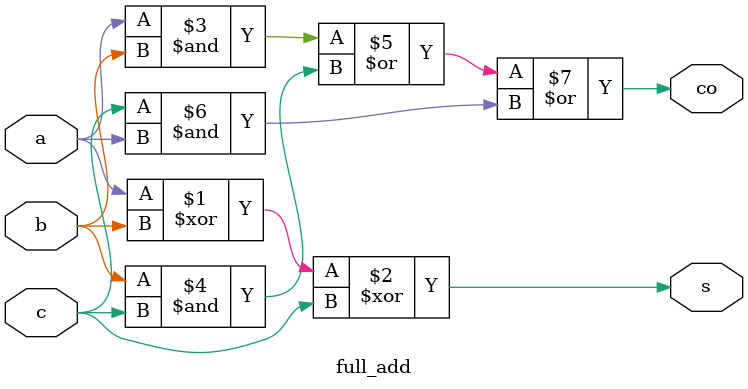
<source format=sv>
`timescale 1ns/1ns 
module full_add(/*AUTOARG*/
   // Outputs
   s, co,
   // Inputs
   a, b, c
   ); 
  //outputs 
  output s, co; 
  //inputs
  input a, b, c; 
  /*AUTOREG*/ 
  /*AUTOWIRE*/ 

   assign s  = a ^ b ^ c;
   assign co = (a & b) | (b & c) | (c & a);
 
endmodule 
// Local Variables: 
// Verilog-Library-Directories: (".")
// End:

</source>
